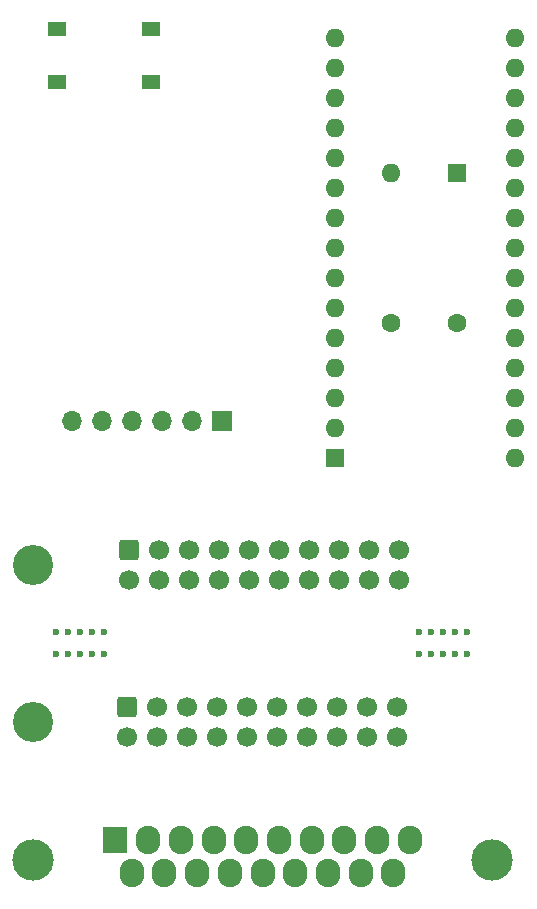
<source format=gbr>
%TF.GenerationSoftware,KiCad,Pcbnew,(7.0.0-0)*%
%TF.CreationDate,2023-09-07T02:08:45+09:00*%
%TF.ProjectId,SPSD_DIY_NANO,53505344-5f44-4495-995f-4e414e4f2e6b,rev?*%
%TF.SameCoordinates,Original*%
%TF.FileFunction,Soldermask,Bot*%
%TF.FilePolarity,Negative*%
%FSLAX46Y46*%
G04 Gerber Fmt 4.6, Leading zero omitted, Abs format (unit mm)*
G04 Created by KiCad (PCBNEW (7.0.0-0)) date 2023-09-07 02:08:45*
%MOMM*%
%LPD*%
G01*
G04 APERTURE LIST*
G04 Aperture macros list*
%AMRoundRect*
0 Rectangle with rounded corners*
0 $1 Rounding radius*
0 $2 $3 $4 $5 $6 $7 $8 $9 X,Y pos of 4 corners*
0 Add a 4 corners polygon primitive as box body*
4,1,4,$2,$3,$4,$5,$6,$7,$8,$9,$2,$3,0*
0 Add four circle primitives for the rounded corners*
1,1,$1+$1,$2,$3*
1,1,$1+$1,$4,$5*
1,1,$1+$1,$6,$7*
1,1,$1+$1,$8,$9*
0 Add four rect primitives between the rounded corners*
20,1,$1+$1,$2,$3,$4,$5,0*
20,1,$1+$1,$4,$5,$6,$7,0*
20,1,$1+$1,$6,$7,$8,$9,0*
20,1,$1+$1,$8,$9,$2,$3,0*%
G04 Aperture macros list end*
%ADD10C,3.400000*%
%ADD11R,1.600000X1.600000*%
%ADD12C,1.600000*%
%ADD13C,0.600000*%
%ADD14O,1.600000X1.600000*%
%ADD15R,2.100000X2.200000*%
%ADD16O,2.100000X2.400000*%
%ADD17C,3.500000*%
%ADD18R,1.700000X1.700000*%
%ADD19O,1.700000X1.700000*%
%ADD20RoundRect,0.250000X-0.600000X0.600000X-0.600000X-0.600000X0.600000X-0.600000X0.600000X0.600000X0*%
%ADD21C,1.700000*%
%ADD22R,1.550000X1.300000*%
G04 APERTURE END LIST*
D10*
%TO.C,*%
X125120000Y-116130000D03*
%TD*%
D11*
%TO.C,D1*%
X161035999Y-82930999D03*
D12*
X161036000Y-95631000D03*
%TD*%
D13*
%TO.C,REF\u002A\u002A*%
X157814000Y-121852000D03*
X157814000Y-123652000D03*
X158830000Y-121852000D03*
X158830000Y-123652000D03*
X159846000Y-121852000D03*
X159846000Y-123652000D03*
X160862000Y-121852000D03*
X160862000Y-123652000D03*
X161878000Y-121852000D03*
X161878000Y-123652000D03*
%TD*%
%TO.C,REF\u002A\u002A*%
X127060000Y-121852000D03*
X127060000Y-123652000D03*
X128076000Y-121852000D03*
X128076000Y-123652000D03*
X129092000Y-121852000D03*
X129092000Y-123652000D03*
X130108000Y-121852000D03*
X130108000Y-123652000D03*
X131124000Y-121852000D03*
X131124000Y-123652000D03*
%TD*%
D12*
%TO.C,R1 10K*%
X155448000Y-95631000D03*
D14*
X155447999Y-82930999D03*
%TD*%
D10*
%TO.C,REF\u002A\u002A*%
X125158000Y-129412000D03*
%TD*%
D15*
%TO.C,U1*%
X132099999Y-139399999D03*
D16*
X134869999Y-139399999D03*
X137639999Y-139399999D03*
X140409999Y-139399999D03*
X143179999Y-139399999D03*
X145949999Y-139399999D03*
X148719999Y-139399999D03*
X151489999Y-139399999D03*
X154259999Y-139399999D03*
X157029999Y-139399999D03*
X133484999Y-142239999D03*
X136254999Y-142239999D03*
X139024999Y-142239999D03*
X141794999Y-142239999D03*
X144564999Y-142239999D03*
X147334999Y-142239999D03*
X150104999Y-142239999D03*
X152874999Y-142239999D03*
X155644999Y-142239999D03*
D17*
X125165000Y-141110000D03*
X163965000Y-141110000D03*
%TD*%
D18*
%TO.C,U2*%
X141139999Y-103939999D03*
D19*
X138599999Y-103939999D03*
X136059999Y-103939999D03*
X133519999Y-103939999D03*
X130979999Y-103939999D03*
X128439999Y-103939999D03*
%TD*%
D20*
%TO.C,J1*%
X133090000Y-128170000D03*
D21*
X133090000Y-130710000D03*
X135630000Y-128170000D03*
X135630000Y-130710000D03*
X138170000Y-128170000D03*
X138170000Y-130710000D03*
X140710000Y-128170000D03*
X140710000Y-130710000D03*
X143250000Y-128170000D03*
X143250000Y-130710000D03*
X145790000Y-128170000D03*
X145790000Y-130710000D03*
X148330000Y-128170000D03*
X148330000Y-130710000D03*
X150870000Y-128170000D03*
X150870000Y-130710000D03*
X153410000Y-128170000D03*
X153410000Y-130710000D03*
X155950000Y-128170000D03*
X155950000Y-130710000D03*
%TD*%
D22*
%TO.C,Eject SW1*%
X135074999Y-70769999D03*
X127124999Y-70769999D03*
X135074999Y-75269999D03*
X127124999Y-75269999D03*
%TD*%
D20*
%TO.C,J1*%
X133240000Y-114900000D03*
D21*
X133240000Y-117440000D03*
X135780000Y-114900000D03*
X135780000Y-117440000D03*
X138320000Y-114900000D03*
X138320000Y-117440000D03*
X140860000Y-114900000D03*
X140860000Y-117440000D03*
X143400000Y-114900000D03*
X143400000Y-117440000D03*
X145940000Y-114900000D03*
X145940000Y-117440000D03*
X148480000Y-114900000D03*
X148480000Y-117440000D03*
X151020000Y-114900000D03*
X151020000Y-117440000D03*
X153560000Y-114900000D03*
X153560000Y-117440000D03*
X156100000Y-114900000D03*
X156100000Y-117440000D03*
%TD*%
D11*
%TO.C,U1*%
X150729999Y-107109999D03*
D14*
X150729999Y-104569999D03*
X150729999Y-102029999D03*
X150729999Y-99489999D03*
X150729999Y-96949999D03*
X150729999Y-94409999D03*
X150729999Y-91869999D03*
X150729999Y-89329999D03*
X150729999Y-86789999D03*
X150729999Y-84249999D03*
X150729999Y-81709999D03*
X150729999Y-79169999D03*
X150729999Y-76629999D03*
X150729999Y-74089999D03*
X150729999Y-71549999D03*
X165969999Y-71549999D03*
X165969999Y-74089999D03*
X165969999Y-76629999D03*
X165969999Y-79169999D03*
X165969999Y-81709999D03*
X165969999Y-84249999D03*
X165969999Y-86789999D03*
X165969999Y-89329999D03*
X165969999Y-91869999D03*
X165969999Y-94409999D03*
X165969999Y-96949999D03*
X165969999Y-99489999D03*
X165969999Y-102029999D03*
X165969999Y-104569999D03*
X165969999Y-107109999D03*
%TD*%
M02*

</source>
